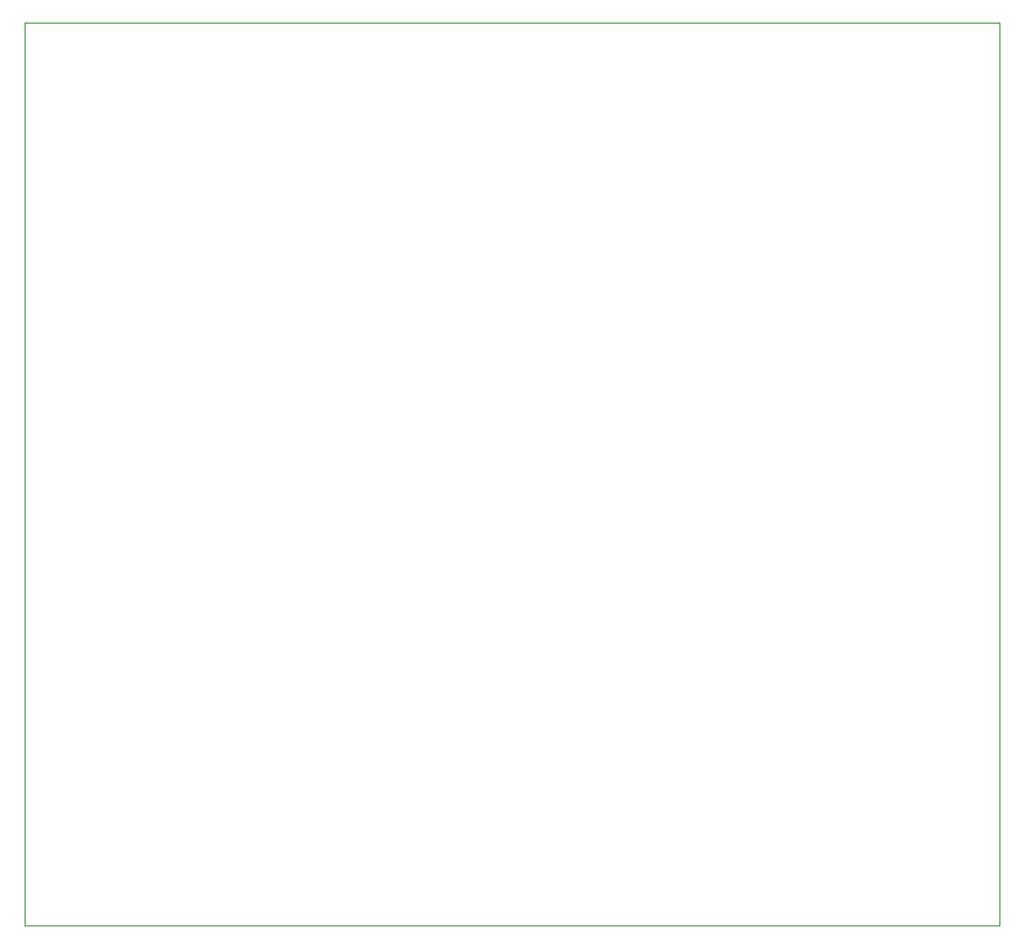
<source format=gbr>
%TF.GenerationSoftware,KiCad,Pcbnew,6.0.9-8da3e8f707~117~ubuntu18.04.1*%
%TF.CreationDate,2023-01-22T23:16:32+05:30*%
%TF.ProjectId,f103_V2,66313033-5f56-4322-9e6b-696361645f70,rev?*%
%TF.SameCoordinates,Original*%
%TF.FileFunction,Profile,NP*%
%FSLAX46Y46*%
G04 Gerber Fmt 4.6, Leading zero omitted, Abs format (unit mm)*
G04 Created by KiCad (PCBNEW 6.0.9-8da3e8f707~117~ubuntu18.04.1) date 2023-01-22 23:16:32*
%MOMM*%
%LPD*%
G01*
G04 APERTURE LIST*
%TA.AperFunction,Profile*%
%ADD10C,0.050000*%
%TD*%
G04 APERTURE END LIST*
D10*
X102250000Y-49500000D02*
X186250000Y-49500000D01*
X186250000Y-49500000D02*
X186250000Y-127250000D01*
X186250000Y-127250000D02*
X102250000Y-127250000D01*
X102250000Y-127250000D02*
X102250000Y-49500000D01*
M02*

</source>
